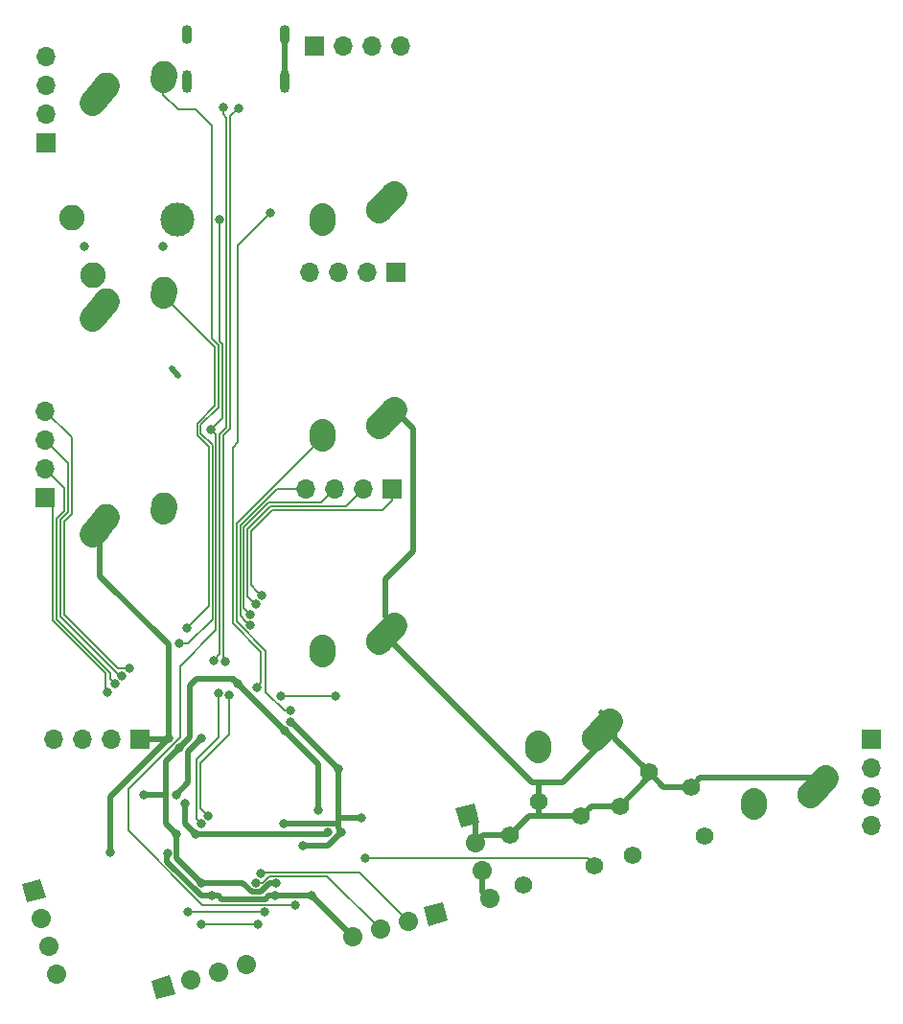
<source format=gbr>
G04 #@! TF.GenerationSoftware,KiCad,Pcbnew,(5.1.4)-1*
G04 #@! TF.CreationDate,2023-06-17T18:32:23-04:00*
G04 #@! TF.ProjectId,ThumbsUp,5468756d-6273-4557-902e-6b696361645f,rev?*
G04 #@! TF.SameCoordinates,Original*
G04 #@! TF.FileFunction,Copper,L1,Top*
G04 #@! TF.FilePolarity,Positive*
%FSLAX46Y46*%
G04 Gerber Fmt 4.6, Leading zero omitted, Abs format (unit mm)*
G04 Created by KiCad (PCBNEW (5.1.4)-1) date 2023-06-17 18:32:23*
%MOMM*%
%LPD*%
G04 APERTURE LIST*
%ADD10C,2.250000*%
%ADD11C,2.250000*%
%ADD12O,0.900000X1.700000*%
%ADD13O,0.900000X2.000000*%
%ADD14O,1.700000X1.700000*%
%ADD15R,1.700000X1.700000*%
%ADD16C,1.700000*%
%ADD17C,1.700000*%
%ADD18C,0.100000*%
%ADD19C,0.800000*%
%ADD20C,3.000000*%
%ADD21C,1.575000*%
%ADD22C,0.500000*%
%ADD23C,0.200000*%
G04 APERTURE END LIST*
D10*
X179892025Y-405150323D03*
D11*
X179912025Y-404860323D02*
X179872025Y-405440323D01*
D10*
X179872025Y-405440323D03*
X185567024Y-403630323D03*
D11*
X186222025Y-402900323D02*
X184912023Y-404360323D01*
D10*
X184912025Y-404360323D03*
D12*
X176595000Y-388810000D03*
X167955000Y-388810000D03*
D13*
X176595000Y-392980000D03*
X167955000Y-392980000D03*
D14*
X155412019Y-422110280D03*
X155412019Y-424650280D03*
X155412019Y-427190280D03*
D15*
X155412019Y-429730280D03*
D14*
X155458726Y-390760794D03*
X155458726Y-393300794D03*
X155458726Y-395840794D03*
D15*
X155458726Y-398380794D03*
D16*
X194698626Y-465168258D03*
D17*
X194698626Y-465168258D02*
X194698626Y-465168258D01*
D16*
X194041226Y-462714806D03*
D17*
X194041226Y-462714806D02*
X194041226Y-462714806D01*
D16*
X193383825Y-460261355D03*
D17*
X193383825Y-460261355D02*
X193383825Y-460261355D01*
D16*
X192726425Y-457807903D03*
D18*
G36*
X192125384Y-458848936D02*
G01*
X191685392Y-457206862D01*
X193327466Y-456766870D01*
X193767458Y-458408944D01*
X192125384Y-458848936D01*
X192125384Y-458848936D01*
G37*
D14*
X156195921Y-451084972D03*
X158735921Y-451084972D03*
X161275921Y-451084972D03*
D15*
X163815921Y-451084972D03*
D14*
X228412025Y-458730322D03*
X228412025Y-456190322D03*
X228412025Y-453650322D03*
D15*
X228412025Y-451110322D03*
D19*
X165850000Y-407575000D03*
X158850000Y-407575000D03*
D10*
X159650000Y-410100000D03*
D20*
X167050000Y-405175000D03*
D10*
X157750000Y-405050000D03*
D21*
X199027730Y-456555373D03*
X202751651Y-457881047D03*
X203923921Y-462225674D03*
X196476079Y-459574326D03*
X197648349Y-463918953D03*
X208727730Y-453955373D03*
X212451651Y-455281047D03*
X213623921Y-459625674D03*
X206176079Y-456974326D03*
X207348349Y-461318953D03*
D14*
X186830000Y-389860000D03*
X184290000Y-389860000D03*
X181750000Y-389860000D03*
D15*
X179210000Y-389860000D03*
D16*
X182551669Y-468482524D03*
D17*
X182551669Y-468482524D02*
X182551669Y-468482524D01*
D16*
X185005121Y-467825124D03*
D17*
X185005121Y-467825124D02*
X185005121Y-467825124D01*
D16*
X187458572Y-467167723D03*
D17*
X187458572Y-467167723D02*
X187458572Y-467167723D01*
D16*
X189912024Y-466510323D03*
D18*
G36*
X188870991Y-465909282D02*
G01*
X190513065Y-465469290D01*
X190953057Y-467111364D01*
X189310983Y-467551356D01*
X188870991Y-465909282D01*
X188870991Y-465909282D01*
G37*
D16*
X156391130Y-471814978D03*
D17*
X156391130Y-471814978D02*
X156391130Y-471814978D01*
D16*
X155733730Y-469361526D03*
D17*
X155733730Y-469361526D02*
X155733730Y-469361526D01*
D16*
X155076329Y-466908075D03*
D17*
X155076329Y-466908075D02*
X155076329Y-466908075D01*
D16*
X154418929Y-464454623D03*
D18*
G36*
X153817888Y-465495656D02*
G01*
X153377896Y-463853582D01*
X155019970Y-463413590D01*
X155459962Y-465055664D01*
X153817888Y-465495656D01*
X153817888Y-465495656D01*
G37*
D16*
X173212025Y-471010322D03*
D17*
X173212025Y-471010322D02*
X173212025Y-471010322D01*
D16*
X170758573Y-471667722D03*
D17*
X170758573Y-471667722D02*
X170758573Y-471667722D01*
D16*
X168305122Y-472325123D03*
D17*
X168305122Y-472325123D02*
X168305122Y-472325123D01*
D16*
X165851670Y-472982523D03*
D18*
G36*
X164810637Y-472381482D02*
G01*
X166452711Y-471941490D01*
X166892703Y-473583564D01*
X165250629Y-474023556D01*
X164810637Y-472381482D01*
X164810637Y-472381482D01*
G37*
D14*
X178739012Y-409842011D03*
X181279012Y-409842011D03*
X183819012Y-409842011D03*
D15*
X186359012Y-409842011D03*
D14*
X178436722Y-428957847D03*
X180976722Y-428957847D03*
X183516722Y-428957847D03*
D15*
X186056722Y-428957847D03*
D10*
X203962025Y-450960323D03*
X204617024Y-450230323D03*
D11*
X205272025Y-449500323D02*
X203962023Y-450960323D01*
D10*
X198922025Y-452040323D03*
X198942025Y-451750323D03*
D11*
X198962025Y-451460323D02*
X198922025Y-452040323D01*
D10*
X184912025Y-442460322D03*
X185567024Y-441730322D03*
D11*
X186222025Y-441000322D02*
X184912023Y-442460322D01*
D10*
X179872025Y-443540322D03*
X179892025Y-443250322D03*
D11*
X179912025Y-442960322D02*
X179872025Y-443540322D01*
D10*
X160862025Y-431460322D03*
X160207026Y-432190322D03*
D11*
X159552025Y-432920322D02*
X160862027Y-431460322D01*
D10*
X165902025Y-430380322D03*
X165882025Y-430670322D03*
D11*
X165862025Y-430960322D02*
X165902025Y-430380322D01*
D10*
X160862025Y-412410323D03*
X160207026Y-413140323D03*
D11*
X159552025Y-413870323D02*
X160862027Y-412410323D01*
D10*
X165902025Y-411330323D03*
X165882025Y-411620323D03*
D11*
X165862025Y-411910323D02*
X165902025Y-411330323D01*
D10*
X165882026Y-392570322D03*
D11*
X165862026Y-392860322D02*
X165902026Y-392280322D01*
D10*
X165902026Y-392280322D03*
X160207027Y-394090322D03*
D11*
X159552026Y-394820322D02*
X160862028Y-393360322D01*
D10*
X160862026Y-393360322D03*
X223012025Y-455960322D03*
X223667024Y-455230322D03*
D11*
X224322025Y-454500322D02*
X223012023Y-455960322D01*
D10*
X217972025Y-457040322D03*
X217992025Y-456750322D03*
D11*
X218012025Y-456460322D02*
X217972025Y-457040322D01*
D10*
X184912025Y-423410322D03*
X185567024Y-422680322D03*
D11*
X186222025Y-421950322D02*
X184912023Y-423410322D01*
D10*
X179872025Y-424490322D03*
X179892025Y-424200322D03*
D11*
X179912025Y-423910322D02*
X179872025Y-424490322D01*
D19*
X180411146Y-459317264D03*
X167792990Y-456752990D03*
X168674981Y-459425019D03*
X174047144Y-463784900D03*
X174450000Y-462950000D03*
X169800213Y-457838858D03*
X171671824Y-447147929D03*
X169182472Y-458530050D03*
X170750000Y-447050000D03*
X171325000Y-444250000D03*
X172525000Y-395350000D03*
X171125000Y-395325002D03*
X170275000Y-444150000D03*
X178969145Y-464900000D03*
X161160000Y-461050000D03*
X176477000Y-458523000D03*
X166223005Y-461126995D03*
X166325000Y-450975000D03*
X170150000Y-464900000D03*
X181283820Y-453678953D03*
X178225000Y-460450000D03*
X177072383Y-449550800D03*
X175729995Y-464899995D03*
X181584199Y-459261643D03*
X169200000Y-451000000D03*
X183325000Y-458050000D03*
X167000000Y-455975990D03*
X170043126Y-423774993D03*
X170800000Y-405150000D03*
X177504000Y-465700000D03*
X160900000Y-446900000D03*
X169250000Y-467400000D03*
X174200000Y-467400000D03*
X161591611Y-446182728D03*
X162167727Y-445456476D03*
X162829392Y-444807206D03*
X173530377Y-441025984D03*
X173563055Y-440099549D03*
X174020492Y-439172764D03*
X174558538Y-438417875D03*
X167280000Y-442580000D03*
X167920000Y-441230002D03*
X174100000Y-446500000D03*
X175310000Y-404588968D03*
X177124994Y-448550000D03*
X181041067Y-447294144D03*
X176255856Y-447294144D03*
X176561463Y-450324306D03*
X169200000Y-463750000D03*
X172443578Y-446206420D03*
X164100000Y-456000004D03*
X167000006Y-459450000D03*
X167282347Y-451832345D03*
X179518356Y-457318356D03*
X175805871Y-463818898D03*
X183725000Y-461600000D03*
X174829010Y-466350000D03*
X168050000Y-466350000D03*
D22*
X167172025Y-418950323D02*
X166550000Y-418328298D01*
X168674981Y-459425019D02*
X180303391Y-459425019D01*
X180303391Y-459425019D02*
X180411146Y-459317264D01*
X167792990Y-456752990D02*
X167792990Y-458543028D01*
X167792990Y-458543028D02*
X168674981Y-459425019D01*
D23*
X175224258Y-463152011D02*
X174591369Y-463784900D01*
X180332008Y-463152011D02*
X175224258Y-463152011D01*
X185005121Y-467825124D02*
X180332008Y-463152011D01*
X174591369Y-463784900D02*
X174047144Y-463784900D01*
X182722036Y-462825000D02*
X174575000Y-462825000D01*
X183142851Y-462852002D02*
X182749038Y-462852002D01*
X174575000Y-462825000D02*
X174450000Y-462950000D01*
X182749038Y-462852002D02*
X182722036Y-462825000D01*
X187458572Y-467167723D02*
X183142851Y-462852002D01*
X171671824Y-450653176D02*
X171671824Y-447147929D01*
X169800213Y-457838858D02*
X169125000Y-457163645D01*
X169125000Y-453200000D02*
X171671824Y-450653176D01*
X169125000Y-457163645D02*
X169125000Y-453200000D01*
X168782473Y-452867527D02*
X170750000Y-450900000D01*
X168782473Y-458130051D02*
X168782473Y-452867527D01*
X169182472Y-458530050D02*
X168782473Y-458130051D01*
X170750000Y-450900000D02*
X170750000Y-447050000D01*
X171790000Y-423660149D02*
X171790000Y-396085000D01*
X171170000Y-444095000D02*
X171170000Y-424280149D01*
X172125001Y-395749999D02*
X172525000Y-395350000D01*
X171790000Y-396085000D02*
X172125001Y-395749999D01*
X171170000Y-424280149D02*
X171790000Y-423660149D01*
X171325000Y-444250000D02*
X171170000Y-444095000D01*
X171427001Y-396192688D02*
X171125000Y-395890687D01*
X171125000Y-395890687D02*
X171125000Y-395325002D01*
X170842989Y-424144697D02*
X171427001Y-423560686D01*
X170275000Y-444150000D02*
X170842989Y-443582011D01*
X171427001Y-423560686D02*
X171427001Y-396192688D01*
X170842989Y-443582011D02*
X170842989Y-424144697D01*
D22*
X166300000Y-442730000D02*
X160270000Y-436700000D01*
X194041226Y-464510858D02*
X194698626Y-465168258D01*
X202751651Y-457881047D02*
X198878953Y-457881047D01*
X166325000Y-450975000D02*
X161160000Y-456140000D01*
X194041226Y-462714806D02*
X194041226Y-464510858D01*
X193383825Y-458465303D02*
X192726425Y-457807903D01*
X160270000Y-433643337D02*
X160862025Y-433051312D01*
X199027730Y-457732270D02*
X198878953Y-457881047D01*
X166300000Y-450950000D02*
X166300000Y-442730000D01*
X160270000Y-436700000D02*
X160270000Y-433643337D01*
X194070854Y-459574326D02*
X193383825Y-460261355D01*
X160862025Y-433051312D02*
X160862025Y-431460322D01*
X166325000Y-450975000D02*
X166300000Y-450950000D01*
X196476079Y-459574326D02*
X194070854Y-459574326D01*
X199027730Y-456555373D02*
X199027730Y-457732270D01*
X198878953Y-457881047D02*
X198169358Y-457881047D01*
X198169358Y-457881047D02*
X196476079Y-459574326D01*
X161160000Y-460484315D02*
X161160000Y-461050000D01*
X161160000Y-456140000D02*
X161160000Y-460484315D01*
X176595000Y-392980000D02*
X176595000Y-388810000D01*
X206176079Y-456974326D02*
X203658372Y-456974326D01*
X193383825Y-460261355D02*
X193383825Y-458465303D01*
X201100000Y-454900000D02*
X199100000Y-454900000D01*
X199100000Y-454900000D02*
X198400000Y-454900000D01*
X205732680Y-449960978D02*
X205272025Y-449500323D01*
X199027730Y-454972270D02*
X199027730Y-456555373D01*
X203658372Y-456974326D02*
X202751651Y-457881047D01*
X208727730Y-453955373D02*
X208727730Y-454422675D01*
X199100000Y-454900000D02*
X199027730Y-454972270D01*
X208727730Y-453955373D02*
X205732680Y-450960323D01*
X208727730Y-454422675D02*
X206176079Y-456974326D01*
X213239150Y-454493548D02*
X212451651Y-455281047D01*
X205732680Y-450960323D02*
X205732680Y-449960978D01*
X224315251Y-454493548D02*
X213239150Y-454493548D01*
X224322025Y-454500322D02*
X224315251Y-454493548D01*
X212451651Y-455281047D02*
X210053404Y-455281047D01*
X210053404Y-455281047D02*
X208727730Y-453955373D01*
X185500000Y-436900000D02*
X187900000Y-434500000D01*
X198400000Y-454900000D02*
X185960322Y-442460322D01*
X186222025Y-441000322D02*
X185500000Y-440278297D01*
X186222025Y-441000322D02*
X186621703Y-441400000D01*
X205272025Y-450727975D02*
X201100000Y-454900000D01*
X205272025Y-449500323D02*
X205272025Y-450727975D01*
X185960322Y-442460322D02*
X184912025Y-442460322D01*
X204500000Y-448728298D02*
X205272025Y-449500323D01*
X185500000Y-440278297D02*
X185500000Y-436900000D01*
X187900000Y-434500000D02*
X187900000Y-423628297D01*
X187900000Y-423628297D02*
X186222025Y-421950322D01*
X181283820Y-458441180D02*
X181200000Y-458525000D01*
X174875393Y-465188912D02*
X175164310Y-464899995D01*
X178225000Y-460450000D02*
X180395842Y-460450000D01*
X168059348Y-454916642D02*
X168059348Y-452140652D01*
X168059348Y-452140652D02*
X169200000Y-451000000D01*
X159552025Y-432920322D02*
X159320024Y-432688321D01*
X167000000Y-455975990D02*
X168059348Y-454916642D01*
X166215028Y-451084972D02*
X166325000Y-450975000D01*
X169200038Y-464900000D02*
X166200000Y-461899962D01*
X181200000Y-458525000D02*
X176479000Y-458525000D01*
X181283820Y-458166180D02*
X181283820Y-458441180D01*
X181283820Y-453678953D02*
X181283820Y-458961264D01*
X181283820Y-453678953D02*
X177155667Y-449550800D01*
X166200000Y-461150000D02*
X166223005Y-461126995D01*
X176479000Y-458525000D02*
X176477000Y-458523000D01*
X160125000Y-433493297D02*
X159552025Y-432920322D01*
X180395842Y-460450000D02*
X181584199Y-459261643D01*
X177155667Y-449550800D02*
X177072383Y-449550800D01*
X170715685Y-464900000D02*
X171004597Y-465188912D01*
X166200000Y-461899962D02*
X166200000Y-461150000D01*
X170150000Y-464900000D02*
X170715685Y-464900000D01*
X170150000Y-464900000D02*
X169200038Y-464900000D01*
X175164310Y-464899995D02*
X175729995Y-464899995D01*
X171004597Y-465188912D02*
X174875393Y-465188912D01*
X181283820Y-458961264D02*
X181584199Y-459261643D01*
X178969145Y-464900000D02*
X182551669Y-468482524D01*
X163815921Y-451084972D02*
X166215028Y-451084972D01*
X181283820Y-457916180D02*
X181417640Y-458050000D01*
X178969145Y-464900000D02*
X175730000Y-464900000D01*
X181417640Y-458050000D02*
X183325000Y-458050000D01*
X175730000Y-464900000D02*
X175729995Y-464899995D01*
D23*
X167322990Y-450904974D02*
X167322990Y-444627010D01*
X176400000Y-465650000D02*
X176350000Y-465700000D01*
X176350000Y-465700000D02*
X177504000Y-465700000D01*
X162775000Y-455452964D02*
X167322990Y-450904974D01*
X170800000Y-405715685D02*
X170800000Y-405150000D01*
X171044022Y-416167394D02*
X170800000Y-415923372D01*
X171044022Y-422730978D02*
X171044022Y-416167394D01*
X169325444Y-465700000D02*
X162775000Y-459149556D01*
X170800000Y-415923372D02*
X170800000Y-405715685D01*
X177504000Y-465700000D02*
X169325444Y-465700000D01*
X170515978Y-441434022D02*
X170515978Y-424190978D01*
X170515978Y-424190978D02*
X170050000Y-423725000D01*
X162775000Y-459149556D02*
X162775000Y-455452964D01*
X170050000Y-423725000D02*
X170050000Y-423768119D01*
X167322990Y-444627010D02*
X170515978Y-441434022D01*
X170050000Y-423725000D02*
X171044022Y-422730978D01*
X170050000Y-423768119D02*
X170043126Y-423774993D01*
X156100000Y-440600000D02*
X160700000Y-445200000D01*
X160700000Y-446700000D02*
X160900000Y-446900000D01*
X160700000Y-445200000D02*
X160700000Y-446700000D01*
X155412019Y-429730280D02*
X156100000Y-430418261D01*
X156100000Y-430418261D02*
X156100000Y-440600000D01*
X174200000Y-467400000D02*
X169250000Y-467400000D01*
X157100000Y-430900000D02*
X156427011Y-431572989D01*
X161191612Y-445782729D02*
X161591611Y-446182728D01*
X155412019Y-427190280D02*
X157100000Y-428878261D01*
X156427011Y-440464549D02*
X161191612Y-445229150D01*
X161191612Y-445229150D02*
X161191612Y-445782729D01*
X156427011Y-431572989D02*
X156427011Y-440464549D01*
X157100000Y-428878261D02*
X157100000Y-430900000D01*
X156754022Y-431708438D02*
X156754022Y-440216485D01*
X155412019Y-424650280D02*
X157427010Y-426665271D01*
X161994013Y-445456476D02*
X162167727Y-445456476D01*
X157427010Y-426665271D02*
X157427010Y-431035453D01*
X157427010Y-431035453D02*
X156754022Y-431708438D01*
X156754022Y-440216485D02*
X161994013Y-445456476D01*
X157754021Y-424452282D02*
X157754021Y-431170905D01*
X161807206Y-444807206D02*
X162829392Y-444807206D01*
X157081033Y-440081033D02*
X161807206Y-444807206D01*
X155412019Y-422110280D02*
X157754021Y-424452282D01*
X157081033Y-431843890D02*
X157081033Y-440081033D01*
X157754021Y-431170905D02*
X157081033Y-431843890D01*
X173130378Y-440625985D02*
X173530377Y-441025984D01*
X178436722Y-428957847D02*
X175879764Y-428957847D01*
X172643099Y-432194512D02*
X172643099Y-440138706D01*
X172643099Y-440138706D02*
X173130378Y-440625985D01*
X175879764Y-428957847D02*
X172643099Y-432194512D01*
X172970110Y-439506604D02*
X173163056Y-439699550D01*
X173163056Y-439699550D02*
X173563055Y-440099549D01*
X180976722Y-428957847D02*
X179763591Y-430170978D01*
X172970110Y-432329964D02*
X172970110Y-439506604D01*
X179763591Y-430170978D02*
X175129096Y-430170978D01*
X175129096Y-430170978D02*
X172970110Y-432329964D01*
X173620493Y-438772765D02*
X174020492Y-439172764D01*
X183516722Y-428957847D02*
X181976580Y-430497989D01*
X181976580Y-430497989D02*
X175339548Y-430497989D01*
X173297121Y-438449393D02*
X173620493Y-438772765D01*
X175339548Y-430497989D02*
X173297121Y-432540416D01*
X173297121Y-432540416D02*
X173297121Y-438449393D01*
X173624132Y-432675868D02*
X173624132Y-437483469D01*
X174158539Y-438017876D02*
X174558538Y-438417875D01*
X185239569Y-430825000D02*
X175475000Y-430825000D01*
X186056722Y-430007847D02*
X185239569Y-430825000D01*
X186056722Y-428957847D02*
X186056722Y-430007847D01*
X175475000Y-430825000D02*
X173624132Y-432675868D01*
X173624132Y-437483469D02*
X174158539Y-438017876D01*
X165862026Y-392860322D02*
X165862026Y-394212026D01*
X169164001Y-424064001D02*
X170188967Y-425088967D01*
X170717011Y-416302846D02*
X170717011Y-421782991D01*
X168680000Y-395490000D02*
X170100000Y-396910000D01*
X170100000Y-396910000D02*
X170100000Y-415685835D01*
X168065685Y-442580000D02*
X167845685Y-442580000D01*
X170717011Y-421782991D02*
X169164001Y-423336000D01*
X167845685Y-442580000D02*
X167280000Y-442580000D01*
X170188967Y-440456718D02*
X168065685Y-442580000D01*
X167140000Y-395490000D02*
X168680000Y-395490000D01*
X170100000Y-415685835D02*
X170717011Y-416302846D01*
X165862026Y-394212026D02*
X167140000Y-395490000D01*
X170188967Y-425088967D02*
X170188967Y-440456718D01*
X169164001Y-423336000D02*
X169164001Y-424064001D01*
X168319999Y-440830003D02*
X167920000Y-441230002D01*
X169860000Y-425240000D02*
X169860000Y-439290002D01*
X169860000Y-439290002D02*
X168319999Y-440830003D01*
X168836990Y-423200549D02*
X168836990Y-424216990D01*
X170390000Y-416438298D02*
X170390000Y-421647539D01*
X165862025Y-411910323D02*
X170390000Y-416438298D01*
X170390000Y-421647539D02*
X168836990Y-423200549D01*
X168836990Y-424216990D02*
X169860000Y-425240000D01*
X174499999Y-443345728D02*
X174499999Y-446100001D01*
X174499999Y-446100001D02*
X174100000Y-446500000D01*
X175100000Y-404810000D02*
X172452011Y-407457989D01*
X175100000Y-404798968D02*
X175310000Y-404588968D01*
X175100000Y-404810000D02*
X175100000Y-404798968D01*
X171989077Y-425310923D02*
X171989077Y-440834806D01*
X172452011Y-407457989D02*
X172452011Y-424847989D01*
X172452011Y-424847989D02*
X171989077Y-425310923D01*
X171989077Y-440834806D02*
X174499999Y-443345728D01*
X176559309Y-448550000D02*
X174900000Y-446890691D01*
X174900000Y-446890691D02*
X174900000Y-443283266D01*
X174900000Y-443283266D02*
X172316088Y-440699354D01*
X178747026Y-425615321D02*
X179872025Y-424490322D01*
X172779022Y-431596126D02*
X172779022Y-431583325D01*
X177124994Y-448550000D02*
X176559309Y-448550000D01*
X172779022Y-431583325D02*
X178747026Y-425615321D01*
X172316088Y-440699354D02*
X172316088Y-432059060D01*
X172316088Y-432059060D02*
X172779022Y-431596126D01*
X179872025Y-443677975D02*
X179872025Y-443540322D01*
X176255856Y-447294144D02*
X181041067Y-447294144D01*
D22*
X168824980Y-445725000D02*
X168174999Y-446374981D01*
X179518356Y-453281199D02*
X176561463Y-450324306D01*
X167000006Y-459450000D02*
X166075000Y-458524994D01*
X172075000Y-445725000D02*
X172043579Y-445756421D01*
X179518356Y-457318356D02*
X179518356Y-453281199D01*
X168174999Y-446374981D02*
X168174999Y-450939693D01*
X166074996Y-456000004D02*
X164100000Y-456000004D01*
X166075000Y-458524994D02*
X166075000Y-453039692D01*
X172043579Y-445806421D02*
X172443578Y-446206420D01*
X172043579Y-445756421D02*
X172043579Y-445806421D01*
X168174999Y-450939693D02*
X167282347Y-451832345D01*
X166075000Y-456000000D02*
X166074996Y-456000004D01*
X172075000Y-445725000D02*
X168824980Y-445725000D01*
X172075000Y-445837843D02*
X176561463Y-450324306D01*
X166075000Y-453039692D02*
X167282347Y-451832345D01*
X172075000Y-445725000D02*
X172075000Y-445837843D01*
X172862282Y-463750000D02*
X173674183Y-464561901D01*
X175240186Y-463818898D02*
X175805871Y-463818898D01*
X169200000Y-463750000D02*
X167000006Y-461550006D01*
X167000006Y-461550006D02*
X167000006Y-459450000D01*
X169200000Y-463750000D02*
X172862282Y-463750000D01*
X173674183Y-464561901D02*
X174497183Y-464561901D01*
X174497183Y-464561901D02*
X175240186Y-463818898D01*
D23*
X203298247Y-461600000D02*
X203923921Y-462225674D01*
X183725000Y-461600000D02*
X203298247Y-461600000D01*
X168050000Y-466350000D02*
X174829010Y-466350000D01*
M02*

</source>
